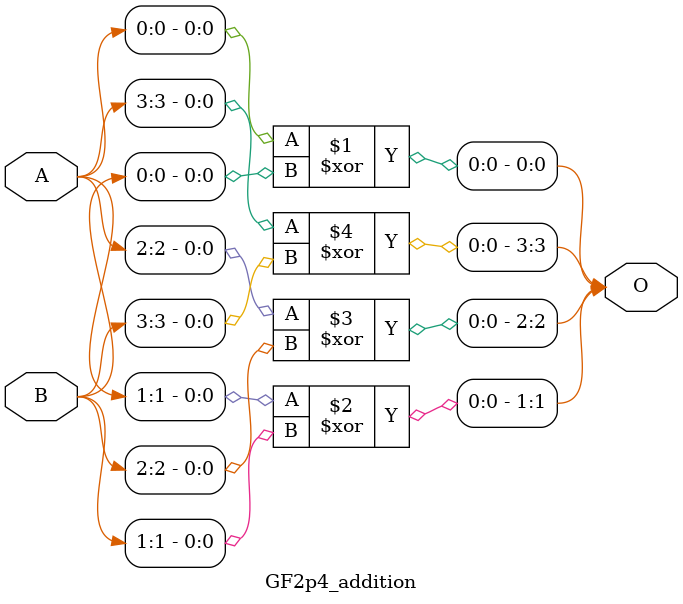
<source format=v>
`timescale 1ns / 1ps

//1
module GF2p4_addition(O,A,B);
input [3:0] A;   //input nibble
input [3:0] B;   //input nibble                     
output [3:0] O;  //output nibble       
//---------------------------                  
assign O[0]=A[0]^B[0];
assign O[1]=A[1]^B[1];
assign O[2]=A[2]^B[2];
assign O[3]=A[3]^B[3];
endmodule

</source>
